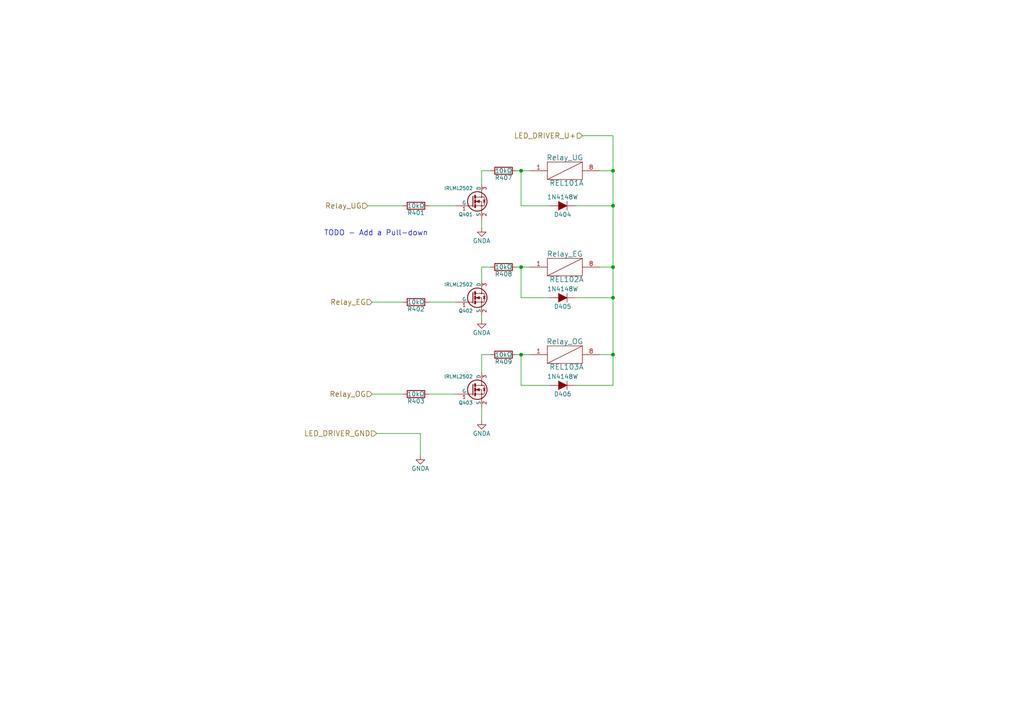
<source format=kicad_sch>
(kicad_sch (version 20230121) (generator eeschema)
  (paper "A4")
  (title_block (title "TL2C - Timed LED Lighting Controller") (date "2017-03-30") (rev "2L.2"))
  (lib_symbols
    (symbol "tl2c-rescue:D" (pin_numbers hide) (pin_names (offset 1.016) hide)
      (property "Reference" "D" (at 0 2.54 0))
      (property "Value" "D" (at 0 -2.54 0))
      (symbol "D_0_1"
        (polyline (pts (xy -1.27 1.27) (xy -1.27 -1.27)) (stroke (width 0.1524)))
        (polyline (pts (xy 1.27 1.27) (xy -1.27 0) (xy 1.27 -1.27)) (fill (type outline)))
      )
      (symbol "D_1_1"
        (pin passive line (at -3.81 0 0) (length 2.54) (name "K") (number "1"))
        (pin passive line (at 3.81 0 180) (length 2.54) (name "A") (number "2"))
      )
    )
    (symbol "tl2c-rescue:GNDA" (power) (pin_names (offset 0))
      (property "Value" "GNDA" (at 0 -3.81 0))
      (symbol "GNDA_0_1"
        (polyline (pts (xy 0 0) (xy 0 -1.27) (xy 1.27 -1.27) (xy 0 -2.54) (xy -1.27 -1.27) (xy 0 -1.27)))
      )
      (symbol "GNDA_1_1"
        (pin power_in line (at 0 0 270) (length 0) hide (name "GNDA") (number "1"))
      )
    )
    (symbol "tl2c-rescue:IRLML2502" (pin_names (offset 0))
      (property "Reference" "Q" (at 0 -3.7846 0))
      (property "Value" "IRLML2502" (at 0 3.81 0))
      (symbol "IRLML2502_0_1"
        (polyline (pts (xy 0.635 -1.016) (xy 0.635 -1.651)) (stroke (width 0.508)))
        (polyline (pts (xy 0.635 0.381) (xy 0.635 -0.381)) (stroke (width 0.508)))
        (polyline (pts (xy 0.635 1.651) (xy 0.635 1.016)) (stroke (width 0.508)))
        (polyline (pts (xy 3.048 0.381) (xy 2.921 0.254)))
        (polyline (pts (xy 3.048 0.381) (xy 3.556 0.381)))
        (polyline (pts (xy 3.556 0.381) (xy 3.683 0.508)))
        (polyline (pts (xy 0 1.524) (xy 0 -1.524) (xy 0 -1.524)) (stroke (width 0.254)))
        (polyline (pts (xy 0.762 -1.27) (xy 2.54 -1.27) (xy 2.54 -2.54) (xy 2.54 -2.54)))
        (polyline (pts (xy 0.762 1.27) (xy 2.54 1.27) (xy 2.54 2.54) (xy 2.54 2.54)))
        (polyline (pts (xy 2.54 1.27) (xy 3.302 1.27) (xy 3.302 -1.27) (xy 2.54 -1.27)))
        (polyline (pts (xy 3.302 0.381) (xy 3.048 -0.254) (xy 3.556 -0.254) (xy 3.302 0.381)) (fill (type outline)))
        (polyline (pts (xy 0.762 0) (xy 1.27 0) (xy 2.54 0) (xy 2.54 -1.27) (xy 2.54 -1.27)))
        (polyline (pts (xy 0.889 0) (xy 1.905 0.381) (xy 1.905 -0.381) (xy 0.889 0) (xy 1.016 0) (xy 1.016 0)) (fill (type outline)))
        (circle (center 1.27 0) (radius 2.8194) (stroke (width 0.254)))
        (circle (center 2.54 -1.27) (radius 0.127))
        (circle (center 2.54 1.27) (radius 0.127))
      )
      (symbol "IRLML2502_1_1"
        (pin input line (at -5.08 -1.27 0) (length 5.08) (name "G") (number "1"))
        (pin passive line (at 2.54 -5.08 90) (length 2.54) (name "S") (number "2"))
        (pin passive line (at 2.54 5.08 270) (length 2.54) (name "D") (number "3"))
      )
    )
    (symbol "tl2c-rescue:R" (pin_numbers hide) (pin_names (offset 0))
      (property "Reference" "R" (at 2.032 0 90))
      (property "Value" "R" (at 0 0 90))
      (symbol "R_0_1"
        (rectangle (start -1.016 -2.54) (end 1.016 2.54) (stroke (width 0.254)))
      )
      (symbol "R_1_1"
        (pin passive line (at 0 3.81 270) (length 1.27) (name "~") (number "1"))
        (pin passive line (at 0 -3.81 90) (length 1.27) (name "~") (number "2"))
      )
    )
    (symbol "tl2c-rescue:Relay_JW1AFSN12F" (pin_names (offset 1.016))
      (property "Reference" "REL" (at -0.127 -4.191 0))
      (property "Value" "Relay_JW1AFSN12F" (at -0.635 3.81 0))
      (symbol "Relay_JW1AFSN12F_1_1"
        (rectangle (start -5.08 2.54) (end 5.08 -2.54))
        (polyline (pts (xy 5.08 2.54) (xy -5.08 -2.54)))
        (pin bidirectional line (at -10.16 0 0) (length 5.08) (name "~") (number "1"))
        (pin bidirectional line (at 10.16 0 180) (length 5.08) (name "~") (number "8"))
      )
      (symbol "Relay_JW1AFSN12F_1_2"
        (pin bidirectional line (at -10.795 -0.635 0) (length 5.08) (name "COM") (number "??"))
        (pin bidirectional line (at 11.811 -0.635 180) (length 5.08) (name "N.O.") (number "??"))
      )
      (symbol "Relay_JW1AFSN12F_2_1"
        (polyline (pts (xy 5.08 0) (xy 1.27 0)))
        (polyline (pts (xy -5.842 0) (xy -3.048 0) (xy 2.54 2.794)))
        (polyline (pts (xy 2.54 2.794) (xy 2.54 1.524) (xy 1.524 2.286)))
        (pin bidirectional line (at 10.16 0 180) (length 5.08) (name "~") (number "4"))
        (pin bidirectional line (at -10.16 0 0) (length 5.08) (name "~") (number "6"))
      )
      (symbol "Relay_JW1AFSN12F_2_2"
        (pin bidirectional line (at 11.811 -0.635 180) (length 5.08) (name "N.O.") (number "4"))
        (pin bidirectional line (at -10.795 -0.635 0) (length 5.08) (name "COM") (number "6"))
      )
    )
  )
  (junction (at 177.8 77.47))
  (junction (at 177.8 49.53))
  (junction (at 177.8 59.69))
  (junction (at 151.13 77.47))
  (junction (at 151.13 49.53))
  (junction (at 151.13 102.87))
  (junction (at 177.8 102.87))
  (junction (at 177.8 86.36))
  (wire (pts (xy 124.46 59.69) (xy 132.08 59.69)))
  (wire (pts (xy 177.8 86.36) (xy 167.005 86.36)))
  (wire (pts (xy 177.8 111.76) (xy 167.005 111.76)))
  (wire (pts (xy 106.68 59.69) (xy 116.84 59.69)))
  (wire (pts (xy 151.13 86.36) (xy 151.13 77.47)))
  (wire (pts (xy 177.8 49.53) (xy 177.8 59.69)))
  (wire (pts (xy 177.8 59.69) (xy 177.8 77.47)))
  (wire (pts (xy 139.7 121.92) (xy 139.7 118.11)))
  (wire (pts (xy 139.7 77.47) (xy 142.24 77.47)))
  (wire (pts (xy 139.7 102.87) (xy 139.7 107.95)))
  (wire (pts (xy 149.86 77.47) (xy 151.13 77.47)))
  (wire (pts (xy 139.7 49.53) (xy 139.7 53.34)))
  (wire (pts (xy 151.13 102.87) (xy 153.67 102.87)))
  (wire (pts (xy 159.385 59.69) (xy 151.13 59.69)))
  (wire (pts (xy 177.8 49.53) (xy 173.99 49.53)))
  (wire (pts (xy 151.13 59.69) (xy 151.13 49.53)))
  (wire (pts (xy 124.46 87.63) (xy 132.08 87.63)))
  (wire (pts (xy 142.24 49.53) (xy 139.7 49.53)))
  (wire (pts (xy 124.46 114.3) (xy 132.08 114.3)))
  (wire (pts (xy 177.8 102.87) (xy 177.8 111.76)))
  (wire (pts (xy 149.86 49.53) (xy 151.13 49.53)))
  (wire (pts (xy 121.92 125.73) (xy 109.22 125.73)))
  (wire (pts (xy 139.7 102.87) (xy 142.24 102.87)))
  (wire (pts (xy 151.13 77.47) (xy 153.67 77.47)))
  (wire (pts (xy 159.385 111.76) (xy 151.13 111.76)))
  (wire (pts (xy 177.8 77.47) (xy 177.8 86.36)))
  (wire (pts (xy 159.385 86.36) (xy 151.13 86.36)))
  (wire (pts (xy 121.92 132.08) (xy 121.92 125.73)))
  (wire (pts (xy 151.13 49.53) (xy 153.67 49.53)))
  (wire (pts (xy 139.7 92.71) (xy 139.7 91.44)))
  (wire (pts (xy 177.8 86.36) (xy 177.8 102.87)))
  (wire (pts (xy 149.86 102.87) (xy 151.13 102.87)))
  (wire (pts (xy 177.8 102.87) (xy 173.99 102.87)))
  (wire (pts (xy 139.7 77.47) (xy 139.7 81.28)))
  (wire (pts (xy 177.8 77.47) (xy 173.99 77.47)))
  (wire (pts (xy 151.13 111.76) (xy 151.13 102.87)))
  (wire (pts (xy 107.95 87.63) (xy 116.84 87.63)))
  (wire (pts (xy 107.95 114.3) (xy 116.84 114.3)))
  (wire (pts (xy 139.7 63.5) (xy 139.7 66.04)))
  (wire (pts (xy 177.8 59.69) (xy 167.005 59.69)))
  (wire (pts (xy 168.91 39.37) (xy 177.8 39.37)))
  (wire (pts (xy 177.8 39.37) (xy 177.8 49.53)))
  (text "TODO - Add a Pull-down\n" (at 93.98 68.58 0) (effects (font (size 1.524 1.524)) (justify left bottom)))
  (hierarchical_label "Relay_UG" (shape input) (at 106.68 59.69 180) (effects (font (size 1.524 1.524))))
  (hierarchical_label "Relay_EG" (shape input) (at 107.95 87.63 180) (effects (font (size 1.524 1.524))))
  (hierarchical_label "LED_DRIVER_GND" (shape input) (at 109.22 125.73 180) (effects (font (size 1.524 1.524))))
  (hierarchical_label "Relay_OG" (shape input) (at 107.95 114.3 180) (effects (font (size 1.524 1.524))))
  (hierarchical_label "LED_DRIVER_U+" (shape input) (at 168.91 39.37 180) (effects (font (size 1.524 1.524))))
  (symbol (lib_id "tl2c-rescue:Relay_JW1AFSN12F") (at 163.83 49.53 0) (unit 1)
    (property "Reference" "REL101" (at 164.338 53.086 0) (effects (font (size 1.524 1.524))))
    (property "Value" "Relay_UG" (at 163.83 45.72 0) (effects (font (size 1.524 1.524))))
    (property "Footprint" "tl2c-footprint:JW1AFSN-12-F" (effects hide))
    (property "MFP" "JW1AFSN-12-F" (effects hide))
    (property "Conrad-PN" "504961 - 62" (effects hide))
    (property "Digikey-PN" "N/A" (effects hide))
  )
  (symbol (lib_id "tl2c-rescue:Relay_JW1AFSN12F") (at 163.83 77.47 0) (unit 1)
    (property "Reference" "REL102" (at 164.338 81.026 0) (effects (font (size 1.524 1.524))))
    (property "Value" "Relay_EG" (at 163.83 73.66 0) (effects (font (size 1.524 1.524))))
    (property "Footprint" "tl2c-footprint:JW1AFSN-12-F" (effects hide))
    (property "MFP" "JW1AFSN-12-F" (effects hide))
    (property "Conrad-PN" "504961 - 62" (effects hide))
    (property "Digikey-PN" "N/A" (effects hide))
  )
  (symbol (lib_id "tl2c-rescue:Relay_JW1AFSN12F") (at 163.83 102.87 0) (unit 1)
    (property "Reference" "REL103" (at 164.338 106.426 0) (effects (font (size 1.524 1.524))))
    (property "Value" "Relay_OG" (at 163.83 99.06 0) (effects (font (size 1.524 1.524))))
    (property "Footprint" "tl2c-footprint:JW1AFSN-12-F" (effects hide))
    (property "MFP" "JW1AFSN-12-F" (effects hide))
    (property "Conrad-PN" "504961 - 62" (effects hide))
    (property "Digikey-PN" "N/A" (effects hide))
  )
  (symbol (lib_id "tl2c-rescue:D") (at 163.195 59.69 180) (unit 1)
    (property "Reference" "D404" (at 163.195 62.23 0))
    (property "Value" "1N4148W" (at 163.195 57.15 0))
    (property "Footprint" "Diodes_SMD:SOD-123" (effects hide))
    (property "MFP" "1N4148W-E3-18" (effects hide))
    (property "Conrad-PN" "564852 - 62" (effects hide))
    (property "Digikey-PN" "1N4148W-E3-18CT-ND " (effects hide))
  )
  (symbol (lib_id "tl2c-rescue:D") (at 163.195 86.36 180) (unit 1)
    (property "Reference" "D405" (at 163.195 88.9 0))
    (property "Value" "1N4148W" (at 163.195 83.82 0))
    (property "Footprint" "Diodes_SMD:SOD-123" (effects hide))
    (property "MFP" "1N4148W-E3-18" (effects hide))
    (property "Conrad-PN" "564852 - 62" (effects hide))
    (property "Digikey-PN" "1N4148W-E3-18CT-ND" (effects hide))
  )
  (symbol (lib_id "tl2c-rescue:D") (at 163.195 111.76 180) (unit 1)
    (property "Reference" "D406" (at 163.195 114.3 0))
    (property "Value" "1N4148W" (at 163.195 109.22 0))
    (property "Footprint" "Diodes_SMD:SOD-123" (effects hide))
    (property "MFP" "1N4148W-E3-18" (effects hide))
    (property "Conrad-PN" "564852 - 62" (effects hide))
    (property "Digikey-PN" "1N4148W-E3-18CT-ND" (effects hide))
  )
  (symbol (lib_id "tl2c-rescue:R") (at 120.65 59.69 270) (unit 1)
    (property "Reference" "R401" (at 120.65 61.722 90))
    (property "Value" "10kΩ" (at 120.65 59.69 90))
    (property "Footprint" "Resistors_SMD:R_0805" (effects hide))
  )
  (symbol (lib_id "tl2c-rescue:R") (at 120.65 87.63 270) (unit 1)
    (property "Reference" "R402" (at 120.65 89.662 90))
    (property "Value" "10kΩ" (at 120.65 87.63 90))
    (property "Footprint" "Resistors_SMD:R_0805" (effects hide))
  )
  (symbol (lib_id "tl2c-rescue:R") (at 120.65 114.3 270) (unit 1)
    (property "Reference" "R403" (at 120.65 116.332 90))
    (property "Value" "10kΩ" (at 120.65 114.3 90))
    (property "Footprint" "Resistors_SMD:R_0805" (effects hide))
  )
  (symbol (lib_id "tl2c-rescue:IRLML2502") (at 137.16 58.42 0) (unit 1)
    (property "Reference" "Q401" (at 137.16 62.2046 0) (effects (font (size 1.016 1.016)) (justify right)))
    (property "Value" "IRLML2502" (at 137.16 54.61 0) (effects (font (size 1.016 1.016)) (justify right)))
    (property "Footprint" "TO_SOT_Packages_SMD:SOT-23" (effects hide))
    (property "MFP" "IRLML2502GTRPBF" (effects hide))
    (property "Conrad-PN" "162827 - 62 " (effects hide))
    (property "Digikey-PN" "IRLML2502GTRPBFCT-ND" (effects hide))
  )
  (symbol (lib_id "tl2c-rescue:IRLML2502") (at 137.16 86.36 0) (unit 1)
    (property "Reference" "Q402" (at 137.16 90.1446 0) (effects (font (size 1.016 1.016)) (justify right)))
    (property "Value" "IRLML2502" (at 137.16 82.55 0) (effects (font (size 1.016 1.016)) (justify right)))
    (property "Footprint" "TO_SOT_Packages_SMD:SOT-23" (effects hide))
    (property "MFP" "IRLML2502GTRPBF" (effects hide))
    (property "Conrad-PN" "162827 - 62 " (effects hide))
    (property "Digikey-PN" "RLML2502GTRPBFCT-ND" (effects hide))
  )
  (symbol (lib_id "tl2c-rescue:IRLML2502") (at 137.16 113.03 0) (unit 1)
    (property "Reference" "Q403" (at 137.16 116.8146 0) (effects (font (size 1.016 1.016)) (justify right)))
    (property "Value" "IRLML2502" (at 137.16 109.22 0) (effects (font (size 1.016 1.016)) (justify right)))
    (property "Footprint" "TO_SOT_Packages_SMD:SOT-23" (effects hide))
    (property "MFP" "IRLML2502GTRPBF" (effects hide))
    (property "Conrad-PN" "162827 - 62 " (effects hide))
    (property "Digikey-PN" "RLML2502GTRPBFCT-ND" (effects hide))
  )
  (symbol (lib_id "tl2c-rescue:R") (at 146.05 49.53 270) (unit 1)
    (property "Reference" "R407" (at 146.05 51.562 90))
    (property "Value" "10kΩ" (at 146.05 49.53 90))
    (property "Footprint" "Resistors_SMD:R_0805" (effects hide))
  )
  (symbol (lib_id "tl2c-rescue:R") (at 146.05 77.47 270) (unit 1)
    (property "Reference" "R408" (at 146.05 79.502 90))
    (property "Value" "10kΩ" (at 146.05 77.47 90))
    (property "Footprint" "Resistors_SMD:R_0805" (effects hide))
  )
  (symbol (lib_id "tl2c-rescue:R") (at 146.05 102.87 270) (unit 1)
    (property "Reference" "R409" (at 146.05 104.902 90))
    (property "Value" "10kΩ" (at 146.05 102.87 90))
    (property "Footprint" "Resistors_SMD:R_0805" (effects hide))
  )
  (symbol (lib_id "tl2c-rescue:GNDA") (at 121.92 132.08 0) (unit 1)
    (property "Reference" "#PWR031" (effects hide))
    (property "Value" "GNDA" (at 121.92 135.89 0))
  )
  (symbol (lib_id "tl2c-rescue:GNDA") (at 139.7 121.92 0) (unit 1)
    (property "Reference" "#PWR032" (effects hide))
    (property "Value" "GNDA" (at 139.7 125.73 0))
  )
  (symbol (lib_id "tl2c-rescue:GNDA") (at 139.7 92.71 0) (unit 1)
    (property "Reference" "#PWR033" (effects hide))
    (property "Value" "GNDA" (at 139.7 96.52 0))
  )
  (symbol (lib_id "tl2c-rescue:GNDA") (at 139.7 66.04 0) (unit 1)
    (property "Reference" "#PWR034" (effects hide))
    (property "Value" "GNDA" (at 139.7 69.85 0))
  )
)
</source>
